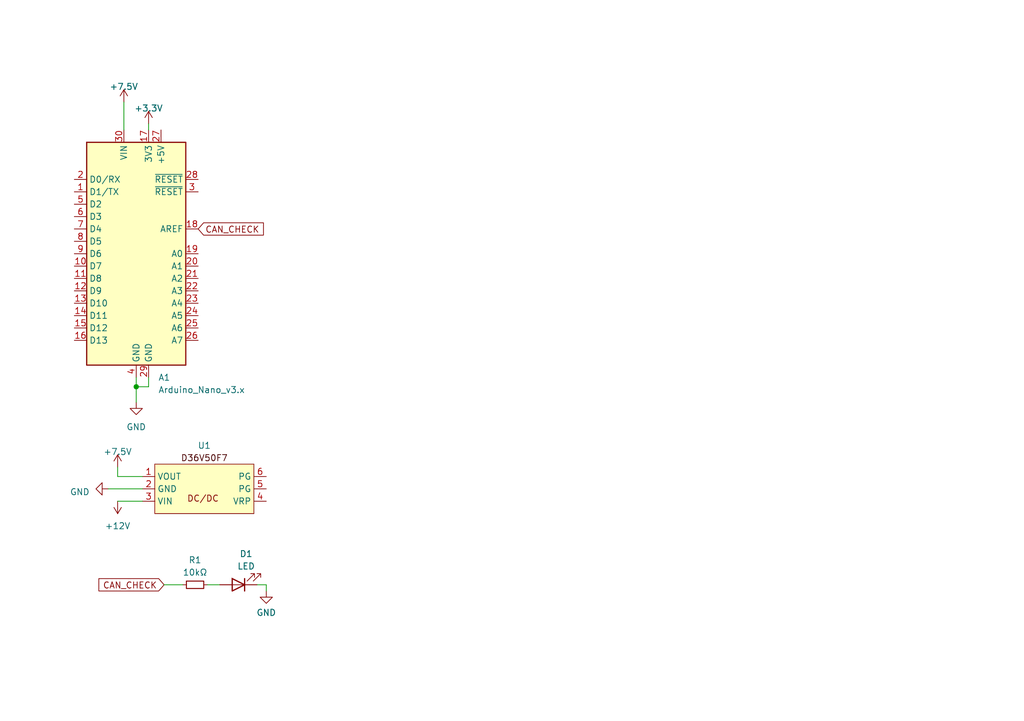
<source format=kicad_sch>
(kicad_sch (version 20230121) (generator eeschema)
  (paper "A5")
  (lib_symbols
    (symbol "Converter_DCDC:Pololu_D36V50F7"
      (property "Reference" "U" (at 0 5.08 0))
      (property "Value" "D36V50F7" (at 0 -1.27 0))
      (symbol "Pololu_D36V50F7_0_1"
        (rectangle (start -10.16 3.81) (end 10.16 -6.35) (fill (type background)))
        (text "DC/DC" (at -0.2796 -3.2221 0) (effects (font (size 1.27 1.27))))
      )
      (symbol "Pololu_D36V50F7_1_1"
        (pin output line (at -12.7 1.27 0) (length 2.54) (name "VOUT") (number "1"))
        (pin input line (at -12.7 -1.27 0) (length 2.54) (name "GND") (number "2"))
        (pin input line (at -12.7 -3.81 0) (length 2.54) (name "VIN") (number "3"))
        (pin input line (at 12.7 -3.81 180) (length 2.54) (name "VRP") (number "4"))
        (pin input line (at 12.7 -1.27 180) (length 2.54) (name "PG") (number "5"))
        (pin input line (at 12.7 1.27 180) (length 2.54) (name "PG") (number "6"))
      )
    )
    (symbol "Device:LED" (pin_numbers hide) (pin_names (offset 1.016) hide)
      (property "Reference" "D" (at 0 2.54 0))
      (property "Value" "LED" (at 0 -2.54 0))
      (symbol "LED_0_1"
        (polyline (pts (xy -1.27 -1.27) (xy -1.27 1.27)) (stroke (width 0.254)))
        (polyline (pts (xy -1.27 0) (xy 1.27 0)))
        (polyline (pts (xy 1.27 -1.27) (xy 1.27 1.27) (xy -1.27 0) (xy 1.27 -1.27)) (stroke (width 0.254)))
        (polyline (pts (xy -3.048 -0.762) (xy -4.572 -2.286) (xy -3.81 -2.286) (xy -4.572 -2.286) (xy -4.572 -1.524)))
        (polyline (pts (xy -1.778 -0.762) (xy -3.302 -2.286) (xy -2.54 -2.286) (xy -3.302 -2.286) (xy -3.302 -1.524)))
      )
      (symbol "LED_1_1"
        (pin passive line (at -3.81 0 0) (length 2.54) (name "K") (number "1"))
        (pin passive line (at 3.81 0 180) (length 2.54) (name "A") (number "2"))
      )
    )
    (symbol "Device:R_Small" (pin_numbers hide) (pin_names (offset 0.254) hide)
      (property "Reference" "R" (at 0.762 0.508 0))
      (property "Value" "R_Small" (at 0.762 -1.016 0))
      (symbol "R_Small_0_1"
        (rectangle (start -0.762 1.778) (end 0.762 -1.778) (stroke (width 0.2032)))
      )
      (symbol "R_Small_1_1"
        (pin passive line (at 0 2.54 270) (length 0.762) (name "~") (number "1"))
        (pin passive line (at 0 -2.54 90) (length 0.762) (name "~") (number "2"))
      )
    )
    (symbol "MCU_Module:Arduino_Nano_v3.x"
      (property "Reference" "A" (at -10.16 23.495 0))
      (property "Value" "Arduino_Nano_v3.x" (at 5.08 -24.13 0))
      (symbol "Arduino_Nano_v3.x_0_1"
        (rectangle (start -10.16 22.86) (end 10.16 -22.86) (stroke (width 0.254)) (fill (type background)))
      )
      (symbol "Arduino_Nano_v3.x_1_1"
        (pin bidirectional line (at -12.7 12.7 0) (length 2.54) (name "D1/TX") (number "1"))
        (pin bidirectional line (at -12.7 -2.54 0) (length 2.54) (name "D7") (number "10"))
        (pin bidirectional line (at -12.7 -5.08 0) (length 2.54) (name "D8") (number "11"))
        (pin bidirectional line (at -12.7 -7.62 0) (length 2.54) (name "D9") (number "12"))
        (pin bidirectional line (at -12.7 -10.16 0) (length 2.54) (name "D10") (number "13"))
        (pin bidirectional line (at -12.7 -12.7 0) (length 2.54) (name "D11") (number "14"))
        (pin bidirectional line (at -12.7 -15.24 0) (length 2.54) (name "D12") (number "15"))
        (pin bidirectional line (at -12.7 -17.78 0) (length 2.54) (name "D13") (number "16"))
        (pin power_out line (at 2.54 25.4 270) (length 2.54) (name "3V3") (number "17"))
        (pin input line (at 12.7 5.08 180) (length 2.54) (name "AREF") (number "18"))
        (pin bidirectional line (at 12.7 0 180) (length 2.54) (name "A0") (number "19"))
        (pin bidirectional line (at -12.7 15.24 0) (length 2.54) (name "D0/RX") (number "2"))
        (pin bidirectional line (at 12.7 -2.54 180) (length 2.54) (name "A1") (number "20"))
        (pin bidirectional line (at 12.7 -5.08 180) (length 2.54) (name "A2") (number "21"))
        (pin bidirectional line (at 12.7 -7.62 180) (length 2.54) (name "A3") (number "22"))
        (pin bidirectional line (at 12.7 -10.16 180) (length 2.54) (name "A4") (number "23"))
        (pin bidirectional line (at 12.7 -12.7 180) (length 2.54) (name "A5") (number "24"))
        (pin bidirectional line (at 12.7 -15.24 180) (length 2.54) (name "A6") (number "25"))
        (pin bidirectional line (at 12.7 -17.78 180) (length 2.54) (name "A7") (number "26"))
        (pin power_out line (at 5.08 25.4 270) (length 2.54) (name "+5V") (number "27"))
        (pin input line (at 12.7 15.24 180) (length 2.54) (name "~{RESET}") (number "28"))
        (pin power_in line (at 2.54 -25.4 90) (length 2.54) (name "GND") (number "29"))
        (pin input line (at 12.7 12.7 180) (length 2.54) (name "~{RESET}") (number "3"))
        (pin power_in line (at -2.54 25.4 270) (length 2.54) (name "VIN") (number "30"))
        (pin power_in line (at 0 -25.4 90) (length 2.54) (name "GND") (number "4"))
        (pin bidirectional line (at -12.7 10.16 0) (length 2.54) (name "D2") (number "5"))
        (pin bidirectional line (at -12.7 7.62 0) (length 2.54) (name "D3") (number "6"))
        (pin bidirectional line (at -12.7 5.08 0) (length 2.54) (name "D4") (number "7"))
        (pin bidirectional line (at -12.7 2.54 0) (length 2.54) (name "D5") (number "8"))
        (pin bidirectional line (at -12.7 0 0) (length 2.54) (name "D6") (number "9"))
      )
    )
    (symbol "power:+12V" (power) (pin_names (offset 0))
      (property "Value" "+12V" (at 0 3.556 0))
      (symbol "+12V_0_1"
        (polyline (pts (xy -0.762 1.27) (xy 0 2.54)))
        (polyline (pts (xy 0 0) (xy 0 2.54)))
        (polyline (pts (xy 0 2.54) (xy 0.762 1.27)))
      )
      (symbol "+12V_1_1"
        (pin power_in line (at 0 0 90) (length 0) hide (name "+12V") (number "1"))
      )
    )
    (symbol "power:+3.3V" (power) (pin_names (offset 0))
      (property "Value" "+3.3V" (at 0 3.556 0))
      (symbol "+3.3V_0_1"
        (polyline (pts (xy -0.762 1.27) (xy 0 2.54)))
        (polyline (pts (xy 0 0) (xy 0 2.54)))
        (polyline (pts (xy 0 2.54) (xy 0.762 1.27)))
      )
      (symbol "+3.3V_1_1"
        (pin power_in line (at 0 0 90) (length 0) hide (name "+3.3V") (number "1"))
      )
    )
    (symbol "power:+7.5V" (power) (pin_names (offset 0))
      (property "Value" "+7.5V" (at 0 3.556 0))
      (symbol "+7.5V_0_1"
        (polyline (pts (xy -0.762 1.27) (xy 0 2.54)))
        (polyline (pts (xy 0 0) (xy 0 2.54)))
        (polyline (pts (xy 0 2.54) (xy 0.762 1.27)))
      )
      (symbol "+7.5V_1_1"
        (pin power_in line (at 0 0 90) (length 0) hide (name "+7.5V") (number "1"))
      )
    )
    (symbol "power:GND" (power) (pin_names (offset 0))
      (property "Value" "GND" (at 0 -3.81 0))
      (symbol "GND_0_1"
        (polyline (pts (xy 0 0) (xy 0 -1.27) (xy 1.27 -1.27) (xy 0 -2.54) (xy -1.27 -1.27) (xy 0 -1.27)))
      )
      (symbol "GND_1_1"
        (pin power_in line (at 0 0 270) (length 0) hide (name "GND") (number "1"))
      )
    )
  )
  (junction (at 27.94 79.375))
  (wire (pts (xy 24.13 97.79) (xy 29.21 97.79)))
  (wire (pts (xy 52.705 120.015) (xy 54.61 120.015)))
  (wire (pts (xy 30.48 25.4) (xy 30.48 26.67)))
  (wire (pts (xy 24.13 102.87) (xy 29.21 102.87)))
  (wire (pts (xy 27.94 79.375) (xy 27.94 82.55)))
  (wire (pts (xy 25.4 20.955) (xy 25.4 26.67)))
  (wire (pts (xy 54.61 120.015) (xy 54.61 121.285)))
  (wire (pts (xy 30.48 79.375) (xy 27.94 79.375)))
  (wire (pts (xy 24.13 95.885) (xy 24.13 97.79)))
  (wire (pts (xy 33.655 120.015) (xy 37.465 120.015)))
  (wire (pts (xy 22.225 100.33) (xy 29.21 100.33)))
  (wire (pts (xy 30.48 77.47) (xy 30.48 79.375)))
  (wire (pts (xy 42.545 120.015) (xy 45.085 120.015)))
  (wire (pts (xy 27.94 77.47) (xy 27.94 79.375)))
  (global_label "CAN_CHECK" (shape input) (at 33.655 120.015 180) (property "Intersheetrefs" "${INTERSHEET_REFS}" (effects hide)))
  (global_label "CAN_CHECK" (shape input) (at 40.64 46.99 0))
  (symbol (lib_id "power:+7.5V") (at 24.13 95.885 0) (unit 1)
    (property "Reference" "#PWR05" (effects hide))
    (property "Value" "+7.5V" (at 24.13 92.71 0))
  )
  (symbol (lib_id "power:GND") (at 27.94 82.55 0) (unit 1)
    (property "Reference" "#PWR02" (effects hide))
    (property "Value" "GND" (at 27.94 87.63 0))
  )
  (symbol (lib_id "Device:R_Small") (at 40.005 120.015 90) (unit 1)
    (property "Reference" "R1" (at 40.005 114.935 90))
    (property "Value" "10kΩ" (at 40.005 117.475 90))
    (property "Footprint" "Resistor_SMD:R_0603_1608Metric" (effects hide))
  )
  (symbol (lib_id "Converter_DCDC:Pololu_D36V50F7") (at 41.91 99.06 0) (unit 1)
    (property "Reference" "U1" (at 41.91 91.44 0))
    (property "Value" "D36V50F7" (at 41.91 93.98 0))
    (property "Footprint" "Converter_DCDC:Pololu_D36V50F7" (effects hide))
    (property "Datasheet" "https://www.pololu.com/product/4093" (effects hide))
  )
  (symbol (lib_id "power:+3.3V") (at 30.48 25.4 0) (unit 1)
    (property "Reference" "#PWR07" (effects hide))
    (property "Value" "+3.3V" (at 30.48 22.225 0))
  )
  (symbol (lib_id "power:GND") (at 22.225 100.33 270) (unit 1)
    (property "Reference" "#PWR04" (effects hide))
    (property "Value" "GND" (at 18.415 100.965 90) (effects (justify right)))
  )
  (symbol (lib_id "Device:LED") (at 48.895 120.015 180) (unit 1)
    (property "Reference" "D1" (at 50.4825 113.665 0))
    (property "Value" "LED" (at 50.4825 116.205 0))
    (property "Footprint" "Capacitor_SMD:C_0603_1608Metric" (effects hide))
  )
  (symbol (lib_id "power:+12V") (at 24.13 102.87 180) (unit 1)
    (property "Reference" "#PWR03" (effects hide))
    (property "Value" "+12V" (at 24.13 107.95 0))
  )
  (symbol (lib_id "power:GND") (at 54.61 121.285 0) (unit 1)
    (property "Reference" "#PWR06" (effects hide))
    (property "Value" "GND" (at 54.61 125.73 0))
  )
  (symbol (lib_id "MCU_Module:Arduino_Nano_v3.x") (at 27.94 52.07 0) (unit 1)
    (property "Reference" "A1" (at 32.4359 77.47 0) (effects (justify left)))
    (property "Value" "Arduino_Nano_v3.x" (at 32.4359 80.01 0) (effects (justify left)))
    (property "Footprint" "Module:Arduino_Nano_WithMountingHoles" (effects hide))
    (property "Datasheet" "http://www.mouser.com/pdfdocs/Gravitech_Arduino_Nano3_0.pdf" (effects hide))
  )
  (symbol (lib_id "power:+7.5V") (at 25.4 20.955 0) (unit 1)
    (property "Reference" "#PWR01" (effects hide))
    (property "Value" "+7.5V" (at 25.4 17.78 0))
  )
)
</source>
